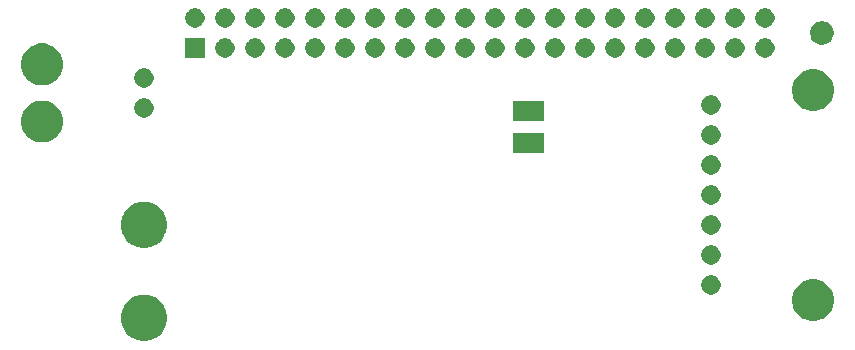
<source format=gbr>
G04 #@! TF.GenerationSoftware,KiCad,Pcbnew,(5.1.2)-1*
G04 #@! TF.CreationDate,2020-10-04T17:45:05-05:00*
G04 #@! TF.ProjectId,Senior Design,53656e69-6f72-4204-9465-7369676e2e6b,rev?*
G04 #@! TF.SameCoordinates,Original*
G04 #@! TF.FileFunction,Soldermask,Bot*
G04 #@! TF.FilePolarity,Negative*
%FSLAX46Y46*%
G04 Gerber Fmt 4.6, Leading zero omitted, Abs format (unit mm)*
G04 Created by KiCad (PCBNEW (5.1.2)-1) date 2020-10-04 17:45:05*
%MOMM*%
%LPD*%
G04 APERTURE LIST*
%ADD10C,0.100000*%
G04 APERTURE END LIST*
D10*
G36*
X119062579Y-86486112D02*
G01*
X119188544Y-86511168D01*
X119335991Y-86572243D01*
X119544512Y-86658615D01*
X119544513Y-86658616D01*
X119864877Y-86872676D01*
X120137324Y-87145123D01*
X120280355Y-87359184D01*
X120351385Y-87465488D01*
X120498832Y-87821457D01*
X120574000Y-88199349D01*
X120574000Y-88584651D01*
X120498832Y-88962543D01*
X120351385Y-89318512D01*
X120351384Y-89318513D01*
X120137324Y-89638877D01*
X119864877Y-89911324D01*
X119650816Y-90054355D01*
X119544512Y-90125385D01*
X119335991Y-90211757D01*
X119188544Y-90272832D01*
X119062579Y-90297888D01*
X118810651Y-90348000D01*
X118425349Y-90348000D01*
X118173421Y-90297888D01*
X118047456Y-90272832D01*
X117900009Y-90211757D01*
X117691488Y-90125385D01*
X117585184Y-90054355D01*
X117371123Y-89911324D01*
X117098676Y-89638877D01*
X116884616Y-89318513D01*
X116884615Y-89318512D01*
X116737168Y-88962543D01*
X116662000Y-88584651D01*
X116662000Y-88199349D01*
X116737168Y-87821457D01*
X116884615Y-87465488D01*
X116955645Y-87359184D01*
X117098676Y-87145123D01*
X117371123Y-86872676D01*
X117691487Y-86658616D01*
X117691488Y-86658615D01*
X117900009Y-86572243D01*
X118047456Y-86511168D01*
X118173421Y-86486112D01*
X118425349Y-86436000D01*
X118810651Y-86436000D01*
X119062579Y-86486112D01*
X119062579Y-86486112D01*
G37*
G36*
X175778039Y-85160250D02*
G01*
X175967372Y-85238675D01*
X176101251Y-85294129D01*
X176392134Y-85488491D01*
X176639509Y-85735866D01*
X176833871Y-86026749D01*
X176833871Y-86026750D01*
X176967750Y-86349961D01*
X177036000Y-86693078D01*
X177036000Y-87042922D01*
X176967750Y-87386039D01*
X176934841Y-87465487D01*
X176833871Y-87709251D01*
X176639509Y-88000134D01*
X176392134Y-88247509D01*
X176101251Y-88441871D01*
X175967372Y-88497325D01*
X175778039Y-88575750D01*
X175434922Y-88644000D01*
X175085078Y-88644000D01*
X174741961Y-88575750D01*
X174552628Y-88497325D01*
X174418749Y-88441871D01*
X174127866Y-88247509D01*
X173880491Y-88000134D01*
X173686129Y-87709251D01*
X173585159Y-87465487D01*
X173552250Y-87386039D01*
X173484000Y-87042922D01*
X173484000Y-86693078D01*
X173552250Y-86349961D01*
X173686129Y-86026750D01*
X173686129Y-86026749D01*
X173880491Y-85735866D01*
X174127866Y-85488491D01*
X174418749Y-85294129D01*
X174552628Y-85238675D01*
X174741961Y-85160250D01*
X175085078Y-85092000D01*
X175434922Y-85092000D01*
X175778039Y-85160250D01*
X175778039Y-85160250D01*
G37*
G36*
X166861142Y-84816242D02*
G01*
X167009101Y-84877529D01*
X167142255Y-84966499D01*
X167255501Y-85079745D01*
X167344471Y-85212899D01*
X167405758Y-85360858D01*
X167437000Y-85517925D01*
X167437000Y-85678075D01*
X167405758Y-85835142D01*
X167344471Y-85983101D01*
X167255501Y-86116255D01*
X167142255Y-86229501D01*
X167009101Y-86318471D01*
X166861142Y-86379758D01*
X166704075Y-86411000D01*
X166543925Y-86411000D01*
X166386858Y-86379758D01*
X166238899Y-86318471D01*
X166105745Y-86229501D01*
X165992499Y-86116255D01*
X165903529Y-85983101D01*
X165842242Y-85835142D01*
X165811000Y-85678075D01*
X165811000Y-85517925D01*
X165842242Y-85360858D01*
X165903529Y-85212899D01*
X165992499Y-85079745D01*
X166105745Y-84966499D01*
X166238899Y-84877529D01*
X166386858Y-84816242D01*
X166543925Y-84785000D01*
X166704075Y-84785000D01*
X166861142Y-84816242D01*
X166861142Y-84816242D01*
G37*
G36*
X166861142Y-82276242D02*
G01*
X167009101Y-82337529D01*
X167142255Y-82426499D01*
X167255501Y-82539745D01*
X167344471Y-82672899D01*
X167405758Y-82820858D01*
X167437000Y-82977925D01*
X167437000Y-83138075D01*
X167405758Y-83295142D01*
X167344471Y-83443101D01*
X167255501Y-83576255D01*
X167142255Y-83689501D01*
X167009101Y-83778471D01*
X166861142Y-83839758D01*
X166704075Y-83871000D01*
X166543925Y-83871000D01*
X166386858Y-83839758D01*
X166238899Y-83778471D01*
X166105745Y-83689501D01*
X165992499Y-83576255D01*
X165903529Y-83443101D01*
X165842242Y-83295142D01*
X165811000Y-83138075D01*
X165811000Y-82977925D01*
X165842242Y-82820858D01*
X165903529Y-82672899D01*
X165992499Y-82539745D01*
X166105745Y-82426499D01*
X166238899Y-82337529D01*
X166386858Y-82276242D01*
X166543925Y-82245000D01*
X166704075Y-82245000D01*
X166861142Y-82276242D01*
X166861142Y-82276242D01*
G37*
G36*
X119049443Y-78609499D02*
G01*
X119188544Y-78637168D01*
X119335991Y-78698243D01*
X119544512Y-78784615D01*
X119650816Y-78855645D01*
X119864877Y-78998676D01*
X120137324Y-79271123D01*
X120280355Y-79485184D01*
X120351385Y-79591488D01*
X120398403Y-79705000D01*
X120498832Y-79947456D01*
X120574000Y-80325351D01*
X120574000Y-80710649D01*
X120498832Y-81088544D01*
X120437757Y-81235991D01*
X120351385Y-81444512D01*
X120351384Y-81444513D01*
X120137324Y-81764877D01*
X119864877Y-82037324D01*
X119650816Y-82180355D01*
X119544512Y-82251385D01*
X119336542Y-82337529D01*
X119188544Y-82398832D01*
X119062579Y-82423888D01*
X118810651Y-82474000D01*
X118425349Y-82474000D01*
X118173421Y-82423888D01*
X118047456Y-82398832D01*
X117899458Y-82337529D01*
X117691488Y-82251385D01*
X117585184Y-82180355D01*
X117371123Y-82037324D01*
X117098676Y-81764877D01*
X116884616Y-81444513D01*
X116884615Y-81444512D01*
X116798243Y-81235991D01*
X116737168Y-81088544D01*
X116662000Y-80710649D01*
X116662000Y-80325351D01*
X116737168Y-79947456D01*
X116837597Y-79705000D01*
X116884615Y-79591488D01*
X116955645Y-79485184D01*
X117098676Y-79271123D01*
X117371123Y-78998676D01*
X117585184Y-78855645D01*
X117691488Y-78784615D01*
X117900009Y-78698243D01*
X118047456Y-78637168D01*
X118186557Y-78609499D01*
X118425349Y-78562000D01*
X118810651Y-78562000D01*
X119049443Y-78609499D01*
X119049443Y-78609499D01*
G37*
G36*
X166861142Y-79736242D02*
G01*
X167009101Y-79797529D01*
X167142255Y-79886499D01*
X167255501Y-79999745D01*
X167344471Y-80132899D01*
X167405758Y-80280858D01*
X167437000Y-80437925D01*
X167437000Y-80598075D01*
X167405758Y-80755142D01*
X167344471Y-80903101D01*
X167255501Y-81036255D01*
X167142255Y-81149501D01*
X167009101Y-81238471D01*
X166861142Y-81299758D01*
X166704075Y-81331000D01*
X166543925Y-81331000D01*
X166386858Y-81299758D01*
X166238899Y-81238471D01*
X166105745Y-81149501D01*
X165992499Y-81036255D01*
X165903529Y-80903101D01*
X165842242Y-80755142D01*
X165811000Y-80598075D01*
X165811000Y-80437925D01*
X165842242Y-80280858D01*
X165903529Y-80132899D01*
X165992499Y-79999745D01*
X166105745Y-79886499D01*
X166238899Y-79797529D01*
X166386858Y-79736242D01*
X166543925Y-79705000D01*
X166704075Y-79705000D01*
X166861142Y-79736242D01*
X166861142Y-79736242D01*
G37*
G36*
X166861142Y-77196242D02*
G01*
X167009101Y-77257529D01*
X167142255Y-77346499D01*
X167255501Y-77459745D01*
X167344471Y-77592899D01*
X167405758Y-77740858D01*
X167437000Y-77897925D01*
X167437000Y-78058075D01*
X167405758Y-78215142D01*
X167344471Y-78363101D01*
X167255501Y-78496255D01*
X167142255Y-78609501D01*
X167009101Y-78698471D01*
X166861142Y-78759758D01*
X166704075Y-78791000D01*
X166543925Y-78791000D01*
X166386858Y-78759758D01*
X166238899Y-78698471D01*
X166105745Y-78609501D01*
X165992499Y-78496255D01*
X165903529Y-78363101D01*
X165842242Y-78215142D01*
X165811000Y-78058075D01*
X165811000Y-77897925D01*
X165842242Y-77740858D01*
X165903529Y-77592899D01*
X165992499Y-77459745D01*
X166105745Y-77346499D01*
X166238899Y-77257529D01*
X166386858Y-77196242D01*
X166543925Y-77165000D01*
X166704075Y-77165000D01*
X166861142Y-77196242D01*
X166861142Y-77196242D01*
G37*
G36*
X166861142Y-74656242D02*
G01*
X167009101Y-74717529D01*
X167142255Y-74806499D01*
X167255501Y-74919745D01*
X167344471Y-75052899D01*
X167405758Y-75200858D01*
X167437000Y-75357925D01*
X167437000Y-75518075D01*
X167405758Y-75675142D01*
X167344471Y-75823101D01*
X167255501Y-75956255D01*
X167142255Y-76069501D01*
X167009101Y-76158471D01*
X166861142Y-76219758D01*
X166704075Y-76251000D01*
X166543925Y-76251000D01*
X166386858Y-76219758D01*
X166238899Y-76158471D01*
X166105745Y-76069501D01*
X165992499Y-75956255D01*
X165903529Y-75823101D01*
X165842242Y-75675142D01*
X165811000Y-75518075D01*
X165811000Y-75357925D01*
X165842242Y-75200858D01*
X165903529Y-75052899D01*
X165992499Y-74919745D01*
X166105745Y-74806499D01*
X166238899Y-74717529D01*
X166386858Y-74656242D01*
X166543925Y-74625000D01*
X166704075Y-74625000D01*
X166861142Y-74656242D01*
X166861142Y-74656242D01*
G37*
G36*
X152522000Y-74397000D02*
G01*
X149870000Y-74397000D01*
X149870000Y-72735000D01*
X152522000Y-72735000D01*
X152522000Y-74397000D01*
X152522000Y-74397000D01*
G37*
G36*
X166861142Y-72116242D02*
G01*
X167009101Y-72177529D01*
X167142255Y-72266499D01*
X167255501Y-72379745D01*
X167344471Y-72512899D01*
X167405758Y-72660858D01*
X167437000Y-72817925D01*
X167437000Y-72978075D01*
X167405758Y-73135142D01*
X167344471Y-73283101D01*
X167255501Y-73416255D01*
X167142255Y-73529501D01*
X167009101Y-73618471D01*
X166861142Y-73679758D01*
X166704075Y-73711000D01*
X166543925Y-73711000D01*
X166386858Y-73679758D01*
X166238899Y-73618471D01*
X166105745Y-73529501D01*
X165992499Y-73416255D01*
X165903529Y-73283101D01*
X165842242Y-73135142D01*
X165811000Y-72978075D01*
X165811000Y-72817925D01*
X165842242Y-72660858D01*
X165903529Y-72512899D01*
X165992499Y-72379745D01*
X166105745Y-72266499D01*
X166238899Y-72177529D01*
X166386858Y-72116242D01*
X166543925Y-72085000D01*
X166704075Y-72085000D01*
X166861142Y-72116242D01*
X166861142Y-72116242D01*
G37*
G36*
X110496039Y-70049250D02*
G01*
X110668913Y-70120857D01*
X110819251Y-70183129D01*
X111110134Y-70377491D01*
X111357509Y-70624866D01*
X111551871Y-70915749D01*
X111585568Y-70997101D01*
X111685750Y-71238961D01*
X111754000Y-71582078D01*
X111754000Y-71931922D01*
X111685750Y-72275039D01*
X111642380Y-72379743D01*
X111551871Y-72598251D01*
X111357509Y-72889134D01*
X111110134Y-73136509D01*
X110819251Y-73330871D01*
X110685372Y-73386325D01*
X110496039Y-73464750D01*
X110152922Y-73533000D01*
X109803078Y-73533000D01*
X109459961Y-73464750D01*
X109270628Y-73386325D01*
X109136749Y-73330871D01*
X108845866Y-73136509D01*
X108598491Y-72889134D01*
X108404129Y-72598251D01*
X108313620Y-72379743D01*
X108270250Y-72275039D01*
X108202000Y-71931922D01*
X108202000Y-71582078D01*
X108270250Y-71238961D01*
X108370432Y-70997101D01*
X108404129Y-70915749D01*
X108598491Y-70624866D01*
X108845866Y-70377491D01*
X109136749Y-70183129D01*
X109287087Y-70120857D01*
X109459961Y-70049250D01*
X109803078Y-69981000D01*
X110152922Y-69981000D01*
X110496039Y-70049250D01*
X110496039Y-70049250D01*
G37*
G36*
X152522000Y-71697000D02*
G01*
X149870000Y-71697000D01*
X149870000Y-70035000D01*
X152522000Y-70035000D01*
X152522000Y-71697000D01*
X152522000Y-71697000D01*
G37*
G36*
X118855142Y-69830242D02*
G01*
X119003101Y-69891529D01*
X119136255Y-69980499D01*
X119249501Y-70093745D01*
X119338471Y-70226899D01*
X119399758Y-70374858D01*
X119431000Y-70531925D01*
X119431000Y-70692075D01*
X119399758Y-70849142D01*
X119338471Y-70997101D01*
X119249501Y-71130255D01*
X119136255Y-71243501D01*
X119003101Y-71332471D01*
X118855142Y-71393758D01*
X118698075Y-71425000D01*
X118537925Y-71425000D01*
X118380858Y-71393758D01*
X118232899Y-71332471D01*
X118099745Y-71243501D01*
X117986499Y-71130255D01*
X117897529Y-70997101D01*
X117836242Y-70849142D01*
X117805000Y-70692075D01*
X117805000Y-70531925D01*
X117836242Y-70374858D01*
X117897529Y-70226899D01*
X117986499Y-70093745D01*
X118099745Y-69980499D01*
X118232899Y-69891529D01*
X118380858Y-69830242D01*
X118537925Y-69799000D01*
X118698075Y-69799000D01*
X118855142Y-69830242D01*
X118855142Y-69830242D01*
G37*
G36*
X166861142Y-69576242D02*
G01*
X167009101Y-69637529D01*
X167142255Y-69726499D01*
X167255501Y-69839745D01*
X167344471Y-69972899D01*
X167405758Y-70120858D01*
X167437000Y-70277925D01*
X167437000Y-70438075D01*
X167405758Y-70595142D01*
X167344471Y-70743101D01*
X167255501Y-70876255D01*
X167142255Y-70989501D01*
X167009101Y-71078471D01*
X166861142Y-71139758D01*
X166704075Y-71171000D01*
X166543925Y-71171000D01*
X166386858Y-71139758D01*
X166238899Y-71078471D01*
X166105745Y-70989501D01*
X165992499Y-70876255D01*
X165903529Y-70743101D01*
X165842242Y-70595142D01*
X165811000Y-70438075D01*
X165811000Y-70277925D01*
X165842242Y-70120858D01*
X165903529Y-69972899D01*
X165992499Y-69839745D01*
X166105745Y-69726499D01*
X166238899Y-69637529D01*
X166386858Y-69576242D01*
X166543925Y-69545000D01*
X166704075Y-69545000D01*
X166861142Y-69576242D01*
X166861142Y-69576242D01*
G37*
G36*
X175778039Y-67380250D02*
G01*
X175967372Y-67458675D01*
X176101251Y-67514129D01*
X176392134Y-67708491D01*
X176639509Y-67955866D01*
X176833871Y-68246749D01*
X176833871Y-68246750D01*
X176967750Y-68569961D01*
X177036000Y-68913078D01*
X177036000Y-69262922D01*
X176967750Y-69606039D01*
X176917853Y-69726501D01*
X176833871Y-69929251D01*
X176639509Y-70220134D01*
X176392134Y-70467509D01*
X176101251Y-70661871D01*
X175967372Y-70717325D01*
X175778039Y-70795750D01*
X175434922Y-70864000D01*
X175085078Y-70864000D01*
X174741961Y-70795750D01*
X174552628Y-70717325D01*
X174418749Y-70661871D01*
X174127866Y-70467509D01*
X173880491Y-70220134D01*
X173686129Y-69929251D01*
X173602147Y-69726501D01*
X173552250Y-69606039D01*
X173484000Y-69262922D01*
X173484000Y-68913078D01*
X173552250Y-68569961D01*
X173686129Y-68246750D01*
X173686129Y-68246749D01*
X173880491Y-67955866D01*
X174127866Y-67708491D01*
X174418749Y-67514129D01*
X174552628Y-67458675D01*
X174741961Y-67380250D01*
X175085078Y-67312000D01*
X175434922Y-67312000D01*
X175778039Y-67380250D01*
X175778039Y-67380250D01*
G37*
G36*
X118855142Y-67290242D02*
G01*
X119003101Y-67351529D01*
X119136255Y-67440499D01*
X119249501Y-67553745D01*
X119338471Y-67686899D01*
X119399758Y-67834858D01*
X119431000Y-67991925D01*
X119431000Y-68152075D01*
X119399758Y-68309142D01*
X119338471Y-68457101D01*
X119249501Y-68590255D01*
X119136255Y-68703501D01*
X119003101Y-68792471D01*
X118855142Y-68853758D01*
X118698075Y-68885000D01*
X118537925Y-68885000D01*
X118380858Y-68853758D01*
X118232899Y-68792471D01*
X118099745Y-68703501D01*
X117986499Y-68590255D01*
X117897529Y-68457101D01*
X117836242Y-68309142D01*
X117805000Y-68152075D01*
X117805000Y-67991925D01*
X117836242Y-67834858D01*
X117897529Y-67686899D01*
X117986499Y-67553745D01*
X118099745Y-67440499D01*
X118232899Y-67351529D01*
X118380858Y-67290242D01*
X118537925Y-67259000D01*
X118698075Y-67259000D01*
X118855142Y-67290242D01*
X118855142Y-67290242D01*
G37*
G36*
X110500039Y-65221250D02*
G01*
X110606867Y-65265500D01*
X110823251Y-65355129D01*
X111114134Y-65549491D01*
X111361509Y-65796866D01*
X111555871Y-66087749D01*
X111555871Y-66087750D01*
X111689750Y-66410961D01*
X111758000Y-66754078D01*
X111758000Y-67103922D01*
X111689750Y-67447039D01*
X111611325Y-67636372D01*
X111555871Y-67770251D01*
X111361509Y-68061134D01*
X111114134Y-68308509D01*
X110823251Y-68502871D01*
X110689372Y-68558325D01*
X110500039Y-68636750D01*
X110156922Y-68705000D01*
X109807078Y-68705000D01*
X109463961Y-68636750D01*
X109274628Y-68558325D01*
X109140749Y-68502871D01*
X108849866Y-68308509D01*
X108602491Y-68061134D01*
X108408129Y-67770251D01*
X108352675Y-67636372D01*
X108274250Y-67447039D01*
X108206000Y-67103922D01*
X108206000Y-66754078D01*
X108274250Y-66410961D01*
X108408129Y-66087750D01*
X108408129Y-66087749D01*
X108602491Y-65796866D01*
X108849866Y-65549491D01*
X109140749Y-65355129D01*
X109357133Y-65265500D01*
X109463961Y-65221250D01*
X109807078Y-65153000D01*
X110156922Y-65153000D01*
X110500039Y-65221250D01*
X110500039Y-65221250D01*
G37*
G36*
X128252560Y-64752166D02*
G01*
X128400153Y-64813301D01*
X128532439Y-64901692D01*
X128532982Y-64902055D01*
X128645945Y-65015018D01*
X128734700Y-65147849D01*
X128765104Y-65221250D01*
X128795834Y-65295440D01*
X128827000Y-65452123D01*
X128827000Y-65611877D01*
X128795834Y-65768560D01*
X128734699Y-65916153D01*
X128645945Y-66048982D01*
X128532982Y-66161945D01*
X128400153Y-66250699D01*
X128400152Y-66250700D01*
X128400151Y-66250700D01*
X128252560Y-66311834D01*
X128095878Y-66343000D01*
X127936122Y-66343000D01*
X127779440Y-66311834D01*
X127631849Y-66250700D01*
X127631848Y-66250700D01*
X127631847Y-66250699D01*
X127499018Y-66161945D01*
X127386055Y-66048982D01*
X127297301Y-65916153D01*
X127236166Y-65768560D01*
X127205000Y-65611877D01*
X127205000Y-65452123D01*
X127236166Y-65295440D01*
X127266896Y-65221250D01*
X127297300Y-65147849D01*
X127386055Y-65015018D01*
X127499018Y-64902055D01*
X127499561Y-64901692D01*
X127631847Y-64813301D01*
X127779440Y-64752166D01*
X127936122Y-64721000D01*
X128095878Y-64721000D01*
X128252560Y-64752166D01*
X128252560Y-64752166D01*
G37*
G36*
X138412560Y-64752166D02*
G01*
X138560153Y-64813301D01*
X138692439Y-64901692D01*
X138692982Y-64902055D01*
X138805945Y-65015018D01*
X138894700Y-65147849D01*
X138925104Y-65221250D01*
X138955834Y-65295440D01*
X138987000Y-65452123D01*
X138987000Y-65611877D01*
X138955834Y-65768560D01*
X138894699Y-65916153D01*
X138805945Y-66048982D01*
X138692982Y-66161945D01*
X138560153Y-66250699D01*
X138560152Y-66250700D01*
X138560151Y-66250700D01*
X138412560Y-66311834D01*
X138255878Y-66343000D01*
X138096122Y-66343000D01*
X137939440Y-66311834D01*
X137791849Y-66250700D01*
X137791848Y-66250700D01*
X137791847Y-66250699D01*
X137659018Y-66161945D01*
X137546055Y-66048982D01*
X137457301Y-65916153D01*
X137396166Y-65768560D01*
X137365000Y-65611877D01*
X137365000Y-65452123D01*
X137396166Y-65295440D01*
X137426896Y-65221250D01*
X137457300Y-65147849D01*
X137546055Y-65015018D01*
X137659018Y-64902055D01*
X137659561Y-64901692D01*
X137791847Y-64813301D01*
X137939440Y-64752166D01*
X138096122Y-64721000D01*
X138255878Y-64721000D01*
X138412560Y-64752166D01*
X138412560Y-64752166D01*
G37*
G36*
X140952560Y-64752166D02*
G01*
X141100153Y-64813301D01*
X141232439Y-64901692D01*
X141232982Y-64902055D01*
X141345945Y-65015018D01*
X141434700Y-65147849D01*
X141465104Y-65221250D01*
X141495834Y-65295440D01*
X141527000Y-65452123D01*
X141527000Y-65611877D01*
X141495834Y-65768560D01*
X141434699Y-65916153D01*
X141345945Y-66048982D01*
X141232982Y-66161945D01*
X141100153Y-66250699D01*
X141100152Y-66250700D01*
X141100151Y-66250700D01*
X140952560Y-66311834D01*
X140795878Y-66343000D01*
X140636122Y-66343000D01*
X140479440Y-66311834D01*
X140331849Y-66250700D01*
X140331848Y-66250700D01*
X140331847Y-66250699D01*
X140199018Y-66161945D01*
X140086055Y-66048982D01*
X139997301Y-65916153D01*
X139936166Y-65768560D01*
X139905000Y-65611877D01*
X139905000Y-65452123D01*
X139936166Y-65295440D01*
X139966896Y-65221250D01*
X139997300Y-65147849D01*
X140086055Y-65015018D01*
X140199018Y-64902055D01*
X140199561Y-64901692D01*
X140331847Y-64813301D01*
X140479440Y-64752166D01*
X140636122Y-64721000D01*
X140795878Y-64721000D01*
X140952560Y-64752166D01*
X140952560Y-64752166D01*
G37*
G36*
X143492560Y-64752166D02*
G01*
X143640153Y-64813301D01*
X143772439Y-64901692D01*
X143772982Y-64902055D01*
X143885945Y-65015018D01*
X143974700Y-65147849D01*
X144005104Y-65221250D01*
X144035834Y-65295440D01*
X144067000Y-65452123D01*
X144067000Y-65611877D01*
X144035834Y-65768560D01*
X143974699Y-65916153D01*
X143885945Y-66048982D01*
X143772982Y-66161945D01*
X143640153Y-66250699D01*
X143640152Y-66250700D01*
X143640151Y-66250700D01*
X143492560Y-66311834D01*
X143335878Y-66343000D01*
X143176122Y-66343000D01*
X143019440Y-66311834D01*
X142871849Y-66250700D01*
X142871848Y-66250700D01*
X142871847Y-66250699D01*
X142739018Y-66161945D01*
X142626055Y-66048982D01*
X142537301Y-65916153D01*
X142476166Y-65768560D01*
X142445000Y-65611877D01*
X142445000Y-65452123D01*
X142476166Y-65295440D01*
X142506896Y-65221250D01*
X142537300Y-65147849D01*
X142626055Y-65015018D01*
X142739018Y-64902055D01*
X142739561Y-64901692D01*
X142871847Y-64813301D01*
X143019440Y-64752166D01*
X143176122Y-64721000D01*
X143335878Y-64721000D01*
X143492560Y-64752166D01*
X143492560Y-64752166D01*
G37*
G36*
X161272560Y-64752166D02*
G01*
X161420153Y-64813301D01*
X161552439Y-64901692D01*
X161552982Y-64902055D01*
X161665945Y-65015018D01*
X161754700Y-65147849D01*
X161785104Y-65221250D01*
X161815834Y-65295440D01*
X161847000Y-65452123D01*
X161847000Y-65611877D01*
X161815834Y-65768560D01*
X161754699Y-65916153D01*
X161665945Y-66048982D01*
X161552982Y-66161945D01*
X161420153Y-66250699D01*
X161420152Y-66250700D01*
X161420151Y-66250700D01*
X161272560Y-66311834D01*
X161115878Y-66343000D01*
X160956122Y-66343000D01*
X160799440Y-66311834D01*
X160651849Y-66250700D01*
X160651848Y-66250700D01*
X160651847Y-66250699D01*
X160519018Y-66161945D01*
X160406055Y-66048982D01*
X160317301Y-65916153D01*
X160256166Y-65768560D01*
X160225000Y-65611877D01*
X160225000Y-65452123D01*
X160256166Y-65295440D01*
X160286896Y-65221250D01*
X160317300Y-65147849D01*
X160406055Y-65015018D01*
X160519018Y-64902055D01*
X160519561Y-64901692D01*
X160651847Y-64813301D01*
X160799440Y-64752166D01*
X160956122Y-64721000D01*
X161115878Y-64721000D01*
X161272560Y-64752166D01*
X161272560Y-64752166D01*
G37*
G36*
X151112560Y-64752166D02*
G01*
X151260153Y-64813301D01*
X151392439Y-64901692D01*
X151392982Y-64902055D01*
X151505945Y-65015018D01*
X151594700Y-65147849D01*
X151625104Y-65221250D01*
X151655834Y-65295440D01*
X151687000Y-65452123D01*
X151687000Y-65611877D01*
X151655834Y-65768560D01*
X151594699Y-65916153D01*
X151505945Y-66048982D01*
X151392982Y-66161945D01*
X151260153Y-66250699D01*
X151260152Y-66250700D01*
X151260151Y-66250700D01*
X151112560Y-66311834D01*
X150955878Y-66343000D01*
X150796122Y-66343000D01*
X150639440Y-66311834D01*
X150491849Y-66250700D01*
X150491848Y-66250700D01*
X150491847Y-66250699D01*
X150359018Y-66161945D01*
X150246055Y-66048982D01*
X150157301Y-65916153D01*
X150096166Y-65768560D01*
X150065000Y-65611877D01*
X150065000Y-65452123D01*
X150096166Y-65295440D01*
X150126896Y-65221250D01*
X150157300Y-65147849D01*
X150246055Y-65015018D01*
X150359018Y-64902055D01*
X150359561Y-64901692D01*
X150491847Y-64813301D01*
X150639440Y-64752166D01*
X150796122Y-64721000D01*
X150955878Y-64721000D01*
X151112560Y-64752166D01*
X151112560Y-64752166D01*
G37*
G36*
X171432560Y-64752166D02*
G01*
X171580153Y-64813301D01*
X171712439Y-64901692D01*
X171712982Y-64902055D01*
X171825945Y-65015018D01*
X171914700Y-65147849D01*
X171945104Y-65221250D01*
X171975834Y-65295440D01*
X172007000Y-65452123D01*
X172007000Y-65611877D01*
X171975834Y-65768560D01*
X171914699Y-65916153D01*
X171825945Y-66048982D01*
X171712982Y-66161945D01*
X171580153Y-66250699D01*
X171580152Y-66250700D01*
X171580151Y-66250700D01*
X171432560Y-66311834D01*
X171275878Y-66343000D01*
X171116122Y-66343000D01*
X170959440Y-66311834D01*
X170811849Y-66250700D01*
X170811848Y-66250700D01*
X170811847Y-66250699D01*
X170679018Y-66161945D01*
X170566055Y-66048982D01*
X170477301Y-65916153D01*
X170416166Y-65768560D01*
X170385000Y-65611877D01*
X170385000Y-65452123D01*
X170416166Y-65295440D01*
X170446896Y-65221250D01*
X170477300Y-65147849D01*
X170566055Y-65015018D01*
X170679018Y-64902055D01*
X170679561Y-64901692D01*
X170811847Y-64813301D01*
X170959440Y-64752166D01*
X171116122Y-64721000D01*
X171275878Y-64721000D01*
X171432560Y-64752166D01*
X171432560Y-64752166D01*
G37*
G36*
X168892560Y-64752166D02*
G01*
X169040153Y-64813301D01*
X169172439Y-64901692D01*
X169172982Y-64902055D01*
X169285945Y-65015018D01*
X169374700Y-65147849D01*
X169405104Y-65221250D01*
X169435834Y-65295440D01*
X169467000Y-65452123D01*
X169467000Y-65611877D01*
X169435834Y-65768560D01*
X169374699Y-65916153D01*
X169285945Y-66048982D01*
X169172982Y-66161945D01*
X169040153Y-66250699D01*
X169040152Y-66250700D01*
X169040151Y-66250700D01*
X168892560Y-66311834D01*
X168735878Y-66343000D01*
X168576122Y-66343000D01*
X168419440Y-66311834D01*
X168271849Y-66250700D01*
X168271848Y-66250700D01*
X168271847Y-66250699D01*
X168139018Y-66161945D01*
X168026055Y-66048982D01*
X167937301Y-65916153D01*
X167876166Y-65768560D01*
X167845000Y-65611877D01*
X167845000Y-65452123D01*
X167876166Y-65295440D01*
X167906896Y-65221250D01*
X167937300Y-65147849D01*
X168026055Y-65015018D01*
X168139018Y-64902055D01*
X168139561Y-64901692D01*
X168271847Y-64813301D01*
X168419440Y-64752166D01*
X168576122Y-64721000D01*
X168735878Y-64721000D01*
X168892560Y-64752166D01*
X168892560Y-64752166D01*
G37*
G36*
X166352560Y-64752166D02*
G01*
X166500153Y-64813301D01*
X166632439Y-64901692D01*
X166632982Y-64902055D01*
X166745945Y-65015018D01*
X166834700Y-65147849D01*
X166865104Y-65221250D01*
X166895834Y-65295440D01*
X166927000Y-65452123D01*
X166927000Y-65611877D01*
X166895834Y-65768560D01*
X166834699Y-65916153D01*
X166745945Y-66048982D01*
X166632982Y-66161945D01*
X166500153Y-66250699D01*
X166500152Y-66250700D01*
X166500151Y-66250700D01*
X166352560Y-66311834D01*
X166195878Y-66343000D01*
X166036122Y-66343000D01*
X165879440Y-66311834D01*
X165731849Y-66250700D01*
X165731848Y-66250700D01*
X165731847Y-66250699D01*
X165599018Y-66161945D01*
X165486055Y-66048982D01*
X165397301Y-65916153D01*
X165336166Y-65768560D01*
X165305000Y-65611877D01*
X165305000Y-65452123D01*
X165336166Y-65295440D01*
X165366896Y-65221250D01*
X165397300Y-65147849D01*
X165486055Y-65015018D01*
X165599018Y-64902055D01*
X165599561Y-64901692D01*
X165731847Y-64813301D01*
X165879440Y-64752166D01*
X166036122Y-64721000D01*
X166195878Y-64721000D01*
X166352560Y-64752166D01*
X166352560Y-64752166D01*
G37*
G36*
X153652560Y-64752166D02*
G01*
X153800153Y-64813301D01*
X153932439Y-64901692D01*
X153932982Y-64902055D01*
X154045945Y-65015018D01*
X154134700Y-65147849D01*
X154165104Y-65221250D01*
X154195834Y-65295440D01*
X154227000Y-65452123D01*
X154227000Y-65611877D01*
X154195834Y-65768560D01*
X154134699Y-65916153D01*
X154045945Y-66048982D01*
X153932982Y-66161945D01*
X153800153Y-66250699D01*
X153800152Y-66250700D01*
X153800151Y-66250700D01*
X153652560Y-66311834D01*
X153495878Y-66343000D01*
X153336122Y-66343000D01*
X153179440Y-66311834D01*
X153031849Y-66250700D01*
X153031848Y-66250700D01*
X153031847Y-66250699D01*
X152899018Y-66161945D01*
X152786055Y-66048982D01*
X152697301Y-65916153D01*
X152636166Y-65768560D01*
X152605000Y-65611877D01*
X152605000Y-65452123D01*
X152636166Y-65295440D01*
X152666896Y-65221250D01*
X152697300Y-65147849D01*
X152786055Y-65015018D01*
X152899018Y-64902055D01*
X152899561Y-64901692D01*
X153031847Y-64813301D01*
X153179440Y-64752166D01*
X153336122Y-64721000D01*
X153495878Y-64721000D01*
X153652560Y-64752166D01*
X153652560Y-64752166D01*
G37*
G36*
X133332560Y-64752166D02*
G01*
X133480153Y-64813301D01*
X133612439Y-64901692D01*
X133612982Y-64902055D01*
X133725945Y-65015018D01*
X133814700Y-65147849D01*
X133845104Y-65221250D01*
X133875834Y-65295440D01*
X133907000Y-65452123D01*
X133907000Y-65611877D01*
X133875834Y-65768560D01*
X133814699Y-65916153D01*
X133725945Y-66048982D01*
X133612982Y-66161945D01*
X133480153Y-66250699D01*
X133480152Y-66250700D01*
X133480151Y-66250700D01*
X133332560Y-66311834D01*
X133175878Y-66343000D01*
X133016122Y-66343000D01*
X132859440Y-66311834D01*
X132711849Y-66250700D01*
X132711848Y-66250700D01*
X132711847Y-66250699D01*
X132579018Y-66161945D01*
X132466055Y-66048982D01*
X132377301Y-65916153D01*
X132316166Y-65768560D01*
X132285000Y-65611877D01*
X132285000Y-65452123D01*
X132316166Y-65295440D01*
X132346896Y-65221250D01*
X132377300Y-65147849D01*
X132466055Y-65015018D01*
X132579018Y-64902055D01*
X132579561Y-64901692D01*
X132711847Y-64813301D01*
X132859440Y-64752166D01*
X133016122Y-64721000D01*
X133175878Y-64721000D01*
X133332560Y-64752166D01*
X133332560Y-64752166D01*
G37*
G36*
X158732560Y-64752166D02*
G01*
X158880153Y-64813301D01*
X159012439Y-64901692D01*
X159012982Y-64902055D01*
X159125945Y-65015018D01*
X159214700Y-65147849D01*
X159245104Y-65221250D01*
X159275834Y-65295440D01*
X159307000Y-65452123D01*
X159307000Y-65611877D01*
X159275834Y-65768560D01*
X159214699Y-65916153D01*
X159125945Y-66048982D01*
X159012982Y-66161945D01*
X158880153Y-66250699D01*
X158880152Y-66250700D01*
X158880151Y-66250700D01*
X158732560Y-66311834D01*
X158575878Y-66343000D01*
X158416122Y-66343000D01*
X158259440Y-66311834D01*
X158111849Y-66250700D01*
X158111848Y-66250700D01*
X158111847Y-66250699D01*
X157979018Y-66161945D01*
X157866055Y-66048982D01*
X157777301Y-65916153D01*
X157716166Y-65768560D01*
X157685000Y-65611877D01*
X157685000Y-65452123D01*
X157716166Y-65295440D01*
X157746896Y-65221250D01*
X157777300Y-65147849D01*
X157866055Y-65015018D01*
X157979018Y-64902055D01*
X157979561Y-64901692D01*
X158111847Y-64813301D01*
X158259440Y-64752166D01*
X158416122Y-64721000D01*
X158575878Y-64721000D01*
X158732560Y-64752166D01*
X158732560Y-64752166D01*
G37*
G36*
X156192560Y-64752166D02*
G01*
X156340153Y-64813301D01*
X156472439Y-64901692D01*
X156472982Y-64902055D01*
X156585945Y-65015018D01*
X156674700Y-65147849D01*
X156705104Y-65221250D01*
X156735834Y-65295440D01*
X156767000Y-65452123D01*
X156767000Y-65611877D01*
X156735834Y-65768560D01*
X156674699Y-65916153D01*
X156585945Y-66048982D01*
X156472982Y-66161945D01*
X156340153Y-66250699D01*
X156340152Y-66250700D01*
X156340151Y-66250700D01*
X156192560Y-66311834D01*
X156035878Y-66343000D01*
X155876122Y-66343000D01*
X155719440Y-66311834D01*
X155571849Y-66250700D01*
X155571848Y-66250700D01*
X155571847Y-66250699D01*
X155439018Y-66161945D01*
X155326055Y-66048982D01*
X155237301Y-65916153D01*
X155176166Y-65768560D01*
X155145000Y-65611877D01*
X155145000Y-65452123D01*
X155176166Y-65295440D01*
X155206896Y-65221250D01*
X155237300Y-65147849D01*
X155326055Y-65015018D01*
X155439018Y-64902055D01*
X155439561Y-64901692D01*
X155571847Y-64813301D01*
X155719440Y-64752166D01*
X155876122Y-64721000D01*
X156035878Y-64721000D01*
X156192560Y-64752166D01*
X156192560Y-64752166D01*
G37*
G36*
X163812560Y-64752166D02*
G01*
X163960153Y-64813301D01*
X164092439Y-64901692D01*
X164092982Y-64902055D01*
X164205945Y-65015018D01*
X164294700Y-65147849D01*
X164325104Y-65221250D01*
X164355834Y-65295440D01*
X164387000Y-65452123D01*
X164387000Y-65611877D01*
X164355834Y-65768560D01*
X164294699Y-65916153D01*
X164205945Y-66048982D01*
X164092982Y-66161945D01*
X163960153Y-66250699D01*
X163960152Y-66250700D01*
X163960151Y-66250700D01*
X163812560Y-66311834D01*
X163655878Y-66343000D01*
X163496122Y-66343000D01*
X163339440Y-66311834D01*
X163191849Y-66250700D01*
X163191848Y-66250700D01*
X163191847Y-66250699D01*
X163059018Y-66161945D01*
X162946055Y-66048982D01*
X162857301Y-65916153D01*
X162796166Y-65768560D01*
X162765000Y-65611877D01*
X162765000Y-65452123D01*
X162796166Y-65295440D01*
X162826896Y-65221250D01*
X162857300Y-65147849D01*
X162946055Y-65015018D01*
X163059018Y-64902055D01*
X163059561Y-64901692D01*
X163191847Y-64813301D01*
X163339440Y-64752166D01*
X163496122Y-64721000D01*
X163655878Y-64721000D01*
X163812560Y-64752166D01*
X163812560Y-64752166D01*
G37*
G36*
X148572560Y-64752166D02*
G01*
X148720153Y-64813301D01*
X148852439Y-64901692D01*
X148852982Y-64902055D01*
X148965945Y-65015018D01*
X149054700Y-65147849D01*
X149085104Y-65221250D01*
X149115834Y-65295440D01*
X149147000Y-65452123D01*
X149147000Y-65611877D01*
X149115834Y-65768560D01*
X149054699Y-65916153D01*
X148965945Y-66048982D01*
X148852982Y-66161945D01*
X148720153Y-66250699D01*
X148720152Y-66250700D01*
X148720151Y-66250700D01*
X148572560Y-66311834D01*
X148415878Y-66343000D01*
X148256122Y-66343000D01*
X148099440Y-66311834D01*
X147951849Y-66250700D01*
X147951848Y-66250700D01*
X147951847Y-66250699D01*
X147819018Y-66161945D01*
X147706055Y-66048982D01*
X147617301Y-65916153D01*
X147556166Y-65768560D01*
X147525000Y-65611877D01*
X147525000Y-65452123D01*
X147556166Y-65295440D01*
X147586896Y-65221250D01*
X147617300Y-65147849D01*
X147706055Y-65015018D01*
X147819018Y-64902055D01*
X147819561Y-64901692D01*
X147951847Y-64813301D01*
X148099440Y-64752166D01*
X148256122Y-64721000D01*
X148415878Y-64721000D01*
X148572560Y-64752166D01*
X148572560Y-64752166D01*
G37*
G36*
X130792560Y-64752166D02*
G01*
X130940153Y-64813301D01*
X131072439Y-64901692D01*
X131072982Y-64902055D01*
X131185945Y-65015018D01*
X131274700Y-65147849D01*
X131305104Y-65221250D01*
X131335834Y-65295440D01*
X131367000Y-65452123D01*
X131367000Y-65611877D01*
X131335834Y-65768560D01*
X131274699Y-65916153D01*
X131185945Y-66048982D01*
X131072982Y-66161945D01*
X130940153Y-66250699D01*
X130940152Y-66250700D01*
X130940151Y-66250700D01*
X130792560Y-66311834D01*
X130635878Y-66343000D01*
X130476122Y-66343000D01*
X130319440Y-66311834D01*
X130171849Y-66250700D01*
X130171848Y-66250700D01*
X130171847Y-66250699D01*
X130039018Y-66161945D01*
X129926055Y-66048982D01*
X129837301Y-65916153D01*
X129776166Y-65768560D01*
X129745000Y-65611877D01*
X129745000Y-65452123D01*
X129776166Y-65295440D01*
X129806896Y-65221250D01*
X129837300Y-65147849D01*
X129926055Y-65015018D01*
X130039018Y-64902055D01*
X130039561Y-64901692D01*
X130171847Y-64813301D01*
X130319440Y-64752166D01*
X130476122Y-64721000D01*
X130635878Y-64721000D01*
X130792560Y-64752166D01*
X130792560Y-64752166D01*
G37*
G36*
X125712560Y-64752166D02*
G01*
X125860153Y-64813301D01*
X125992439Y-64901692D01*
X125992982Y-64902055D01*
X126105945Y-65015018D01*
X126194700Y-65147849D01*
X126225104Y-65221250D01*
X126255834Y-65295440D01*
X126287000Y-65452123D01*
X126287000Y-65611877D01*
X126255834Y-65768560D01*
X126194699Y-65916153D01*
X126105945Y-66048982D01*
X125992982Y-66161945D01*
X125860153Y-66250699D01*
X125860152Y-66250700D01*
X125860151Y-66250700D01*
X125712560Y-66311834D01*
X125555878Y-66343000D01*
X125396122Y-66343000D01*
X125239440Y-66311834D01*
X125091849Y-66250700D01*
X125091848Y-66250700D01*
X125091847Y-66250699D01*
X124959018Y-66161945D01*
X124846055Y-66048982D01*
X124757301Y-65916153D01*
X124696166Y-65768560D01*
X124665000Y-65611877D01*
X124665000Y-65452123D01*
X124696166Y-65295440D01*
X124726896Y-65221250D01*
X124757300Y-65147849D01*
X124846055Y-65015018D01*
X124959018Y-64902055D01*
X124959561Y-64901692D01*
X125091847Y-64813301D01*
X125239440Y-64752166D01*
X125396122Y-64721000D01*
X125555878Y-64721000D01*
X125712560Y-64752166D01*
X125712560Y-64752166D01*
G37*
G36*
X135872560Y-64752166D02*
G01*
X136020153Y-64813301D01*
X136152439Y-64901692D01*
X136152982Y-64902055D01*
X136265945Y-65015018D01*
X136354700Y-65147849D01*
X136385104Y-65221250D01*
X136415834Y-65295440D01*
X136447000Y-65452123D01*
X136447000Y-65611877D01*
X136415834Y-65768560D01*
X136354699Y-65916153D01*
X136265945Y-66048982D01*
X136152982Y-66161945D01*
X136020153Y-66250699D01*
X136020152Y-66250700D01*
X136020151Y-66250700D01*
X135872560Y-66311834D01*
X135715878Y-66343000D01*
X135556122Y-66343000D01*
X135399440Y-66311834D01*
X135251849Y-66250700D01*
X135251848Y-66250700D01*
X135251847Y-66250699D01*
X135119018Y-66161945D01*
X135006055Y-66048982D01*
X134917301Y-65916153D01*
X134856166Y-65768560D01*
X134825000Y-65611877D01*
X134825000Y-65452123D01*
X134856166Y-65295440D01*
X134886896Y-65221250D01*
X134917300Y-65147849D01*
X135006055Y-65015018D01*
X135119018Y-64902055D01*
X135119561Y-64901692D01*
X135251847Y-64813301D01*
X135399440Y-64752166D01*
X135556122Y-64721000D01*
X135715878Y-64721000D01*
X135872560Y-64752166D01*
X135872560Y-64752166D01*
G37*
G36*
X123747000Y-66343000D02*
G01*
X122125000Y-66343000D01*
X122125000Y-64721000D01*
X123747000Y-64721000D01*
X123747000Y-66343000D01*
X123747000Y-66343000D01*
G37*
G36*
X146032560Y-64752166D02*
G01*
X146180153Y-64813301D01*
X146312439Y-64901692D01*
X146312982Y-64902055D01*
X146425945Y-65015018D01*
X146514700Y-65147849D01*
X146545104Y-65221250D01*
X146575834Y-65295440D01*
X146607000Y-65452123D01*
X146607000Y-65611877D01*
X146575834Y-65768560D01*
X146514699Y-65916153D01*
X146425945Y-66048982D01*
X146312982Y-66161945D01*
X146180153Y-66250699D01*
X146180152Y-66250700D01*
X146180151Y-66250700D01*
X146032560Y-66311834D01*
X145875878Y-66343000D01*
X145716122Y-66343000D01*
X145559440Y-66311834D01*
X145411849Y-66250700D01*
X145411848Y-66250700D01*
X145411847Y-66250699D01*
X145279018Y-66161945D01*
X145166055Y-66048982D01*
X145077301Y-65916153D01*
X145016166Y-65768560D01*
X144985000Y-65611877D01*
X144985000Y-65452123D01*
X145016166Y-65295440D01*
X145046896Y-65221250D01*
X145077300Y-65147849D01*
X145166055Y-65015018D01*
X145279018Y-64902055D01*
X145279561Y-64901692D01*
X145411847Y-64813301D01*
X145559440Y-64752166D01*
X145716122Y-64721000D01*
X145875878Y-64721000D01*
X146032560Y-64752166D01*
X146032560Y-64752166D01*
G37*
G36*
X176148425Y-63263988D02*
G01*
X176314710Y-63297063D01*
X176497336Y-63372709D01*
X176661694Y-63482530D01*
X176801470Y-63622306D01*
X176911291Y-63786664D01*
X176986937Y-63969290D01*
X177025500Y-64163164D01*
X177025500Y-64360836D01*
X176986937Y-64554710D01*
X176911291Y-64737336D01*
X176801470Y-64901694D01*
X176661694Y-65041470D01*
X176497336Y-65151291D01*
X176314710Y-65226937D01*
X176148425Y-65260012D01*
X176120837Y-65265500D01*
X175923163Y-65265500D01*
X175895575Y-65260012D01*
X175729290Y-65226937D01*
X175546664Y-65151291D01*
X175382306Y-65041470D01*
X175242530Y-64901694D01*
X175132709Y-64737336D01*
X175057063Y-64554710D01*
X175018500Y-64360836D01*
X175018500Y-64163164D01*
X175057063Y-63969290D01*
X175132709Y-63786664D01*
X175242530Y-63622306D01*
X175382306Y-63482530D01*
X175546664Y-63372709D01*
X175729290Y-63297063D01*
X175895575Y-63263988D01*
X175923163Y-63258500D01*
X176120837Y-63258500D01*
X176148425Y-63263988D01*
X176148425Y-63263988D01*
G37*
G36*
X123172560Y-62212166D02*
G01*
X123320153Y-62273301D01*
X123452982Y-62362055D01*
X123565945Y-62475018D01*
X123654699Y-62607847D01*
X123715834Y-62755440D01*
X123747000Y-62912123D01*
X123747000Y-63071877D01*
X123715834Y-63228560D01*
X123654699Y-63376153D01*
X123565945Y-63508982D01*
X123452982Y-63621945D01*
X123320153Y-63710699D01*
X123320152Y-63710700D01*
X123320151Y-63710700D01*
X123172560Y-63771834D01*
X123015878Y-63803000D01*
X122856122Y-63803000D01*
X122699440Y-63771834D01*
X122551849Y-63710700D01*
X122551848Y-63710700D01*
X122551847Y-63710699D01*
X122419018Y-63621945D01*
X122306055Y-63508982D01*
X122217301Y-63376153D01*
X122156166Y-63228560D01*
X122125000Y-63071877D01*
X122125000Y-62912123D01*
X122156166Y-62755440D01*
X122217301Y-62607847D01*
X122306055Y-62475018D01*
X122419018Y-62362055D01*
X122551847Y-62273301D01*
X122699440Y-62212166D01*
X122856122Y-62181000D01*
X123015878Y-62181000D01*
X123172560Y-62212166D01*
X123172560Y-62212166D01*
G37*
G36*
X168892560Y-62212166D02*
G01*
X169040153Y-62273301D01*
X169172982Y-62362055D01*
X169285945Y-62475018D01*
X169374699Y-62607847D01*
X169435834Y-62755440D01*
X169467000Y-62912123D01*
X169467000Y-63071877D01*
X169435834Y-63228560D01*
X169374699Y-63376153D01*
X169285945Y-63508982D01*
X169172982Y-63621945D01*
X169040153Y-63710699D01*
X169040152Y-63710700D01*
X169040151Y-63710700D01*
X168892560Y-63771834D01*
X168735878Y-63803000D01*
X168576122Y-63803000D01*
X168419440Y-63771834D01*
X168271849Y-63710700D01*
X168271848Y-63710700D01*
X168271847Y-63710699D01*
X168139018Y-63621945D01*
X168026055Y-63508982D01*
X167937301Y-63376153D01*
X167876166Y-63228560D01*
X167845000Y-63071877D01*
X167845000Y-62912123D01*
X167876166Y-62755440D01*
X167937301Y-62607847D01*
X168026055Y-62475018D01*
X168139018Y-62362055D01*
X168271847Y-62273301D01*
X168419440Y-62212166D01*
X168576122Y-62181000D01*
X168735878Y-62181000D01*
X168892560Y-62212166D01*
X168892560Y-62212166D01*
G37*
G36*
X166352560Y-62212166D02*
G01*
X166500153Y-62273301D01*
X166632982Y-62362055D01*
X166745945Y-62475018D01*
X166834699Y-62607847D01*
X166895834Y-62755440D01*
X166927000Y-62912123D01*
X166927000Y-63071877D01*
X166895834Y-63228560D01*
X166834699Y-63376153D01*
X166745945Y-63508982D01*
X166632982Y-63621945D01*
X166500153Y-63710699D01*
X166500152Y-63710700D01*
X166500151Y-63710700D01*
X166352560Y-63771834D01*
X166195878Y-63803000D01*
X166036122Y-63803000D01*
X165879440Y-63771834D01*
X165731849Y-63710700D01*
X165731848Y-63710700D01*
X165731847Y-63710699D01*
X165599018Y-63621945D01*
X165486055Y-63508982D01*
X165397301Y-63376153D01*
X165336166Y-63228560D01*
X165305000Y-63071877D01*
X165305000Y-62912123D01*
X165336166Y-62755440D01*
X165397301Y-62607847D01*
X165486055Y-62475018D01*
X165599018Y-62362055D01*
X165731847Y-62273301D01*
X165879440Y-62212166D01*
X166036122Y-62181000D01*
X166195878Y-62181000D01*
X166352560Y-62212166D01*
X166352560Y-62212166D01*
G37*
G36*
X163812560Y-62212166D02*
G01*
X163960153Y-62273301D01*
X164092982Y-62362055D01*
X164205945Y-62475018D01*
X164294699Y-62607847D01*
X164355834Y-62755440D01*
X164387000Y-62912123D01*
X164387000Y-63071877D01*
X164355834Y-63228560D01*
X164294699Y-63376153D01*
X164205945Y-63508982D01*
X164092982Y-63621945D01*
X163960153Y-63710699D01*
X163960152Y-63710700D01*
X163960151Y-63710700D01*
X163812560Y-63771834D01*
X163655878Y-63803000D01*
X163496122Y-63803000D01*
X163339440Y-63771834D01*
X163191849Y-63710700D01*
X163191848Y-63710700D01*
X163191847Y-63710699D01*
X163059018Y-63621945D01*
X162946055Y-63508982D01*
X162857301Y-63376153D01*
X162796166Y-63228560D01*
X162765000Y-63071877D01*
X162765000Y-62912123D01*
X162796166Y-62755440D01*
X162857301Y-62607847D01*
X162946055Y-62475018D01*
X163059018Y-62362055D01*
X163191847Y-62273301D01*
X163339440Y-62212166D01*
X163496122Y-62181000D01*
X163655878Y-62181000D01*
X163812560Y-62212166D01*
X163812560Y-62212166D01*
G37*
G36*
X161272560Y-62212166D02*
G01*
X161420153Y-62273301D01*
X161552982Y-62362055D01*
X161665945Y-62475018D01*
X161754699Y-62607847D01*
X161815834Y-62755440D01*
X161847000Y-62912123D01*
X161847000Y-63071877D01*
X161815834Y-63228560D01*
X161754699Y-63376153D01*
X161665945Y-63508982D01*
X161552982Y-63621945D01*
X161420153Y-63710699D01*
X161420152Y-63710700D01*
X161420151Y-63710700D01*
X161272560Y-63771834D01*
X161115878Y-63803000D01*
X160956122Y-63803000D01*
X160799440Y-63771834D01*
X160651849Y-63710700D01*
X160651848Y-63710700D01*
X160651847Y-63710699D01*
X160519018Y-63621945D01*
X160406055Y-63508982D01*
X160317301Y-63376153D01*
X160256166Y-63228560D01*
X160225000Y-63071877D01*
X160225000Y-62912123D01*
X160256166Y-62755440D01*
X160317301Y-62607847D01*
X160406055Y-62475018D01*
X160519018Y-62362055D01*
X160651847Y-62273301D01*
X160799440Y-62212166D01*
X160956122Y-62181000D01*
X161115878Y-62181000D01*
X161272560Y-62212166D01*
X161272560Y-62212166D01*
G37*
G36*
X158732560Y-62212166D02*
G01*
X158880153Y-62273301D01*
X159012982Y-62362055D01*
X159125945Y-62475018D01*
X159214699Y-62607847D01*
X159275834Y-62755440D01*
X159307000Y-62912123D01*
X159307000Y-63071877D01*
X159275834Y-63228560D01*
X159214699Y-63376153D01*
X159125945Y-63508982D01*
X159012982Y-63621945D01*
X158880153Y-63710699D01*
X158880152Y-63710700D01*
X158880151Y-63710700D01*
X158732560Y-63771834D01*
X158575878Y-63803000D01*
X158416122Y-63803000D01*
X158259440Y-63771834D01*
X158111849Y-63710700D01*
X158111848Y-63710700D01*
X158111847Y-63710699D01*
X157979018Y-63621945D01*
X157866055Y-63508982D01*
X157777301Y-63376153D01*
X157716166Y-63228560D01*
X157685000Y-63071877D01*
X157685000Y-62912123D01*
X157716166Y-62755440D01*
X157777301Y-62607847D01*
X157866055Y-62475018D01*
X157979018Y-62362055D01*
X158111847Y-62273301D01*
X158259440Y-62212166D01*
X158416122Y-62181000D01*
X158575878Y-62181000D01*
X158732560Y-62212166D01*
X158732560Y-62212166D01*
G37*
G36*
X156192560Y-62212166D02*
G01*
X156340153Y-62273301D01*
X156472982Y-62362055D01*
X156585945Y-62475018D01*
X156674699Y-62607847D01*
X156735834Y-62755440D01*
X156767000Y-62912123D01*
X156767000Y-63071877D01*
X156735834Y-63228560D01*
X156674699Y-63376153D01*
X156585945Y-63508982D01*
X156472982Y-63621945D01*
X156340153Y-63710699D01*
X156340152Y-63710700D01*
X156340151Y-63710700D01*
X156192560Y-63771834D01*
X156035878Y-63803000D01*
X155876122Y-63803000D01*
X155719440Y-63771834D01*
X155571849Y-63710700D01*
X155571848Y-63710700D01*
X155571847Y-63710699D01*
X155439018Y-63621945D01*
X155326055Y-63508982D01*
X155237301Y-63376153D01*
X155176166Y-63228560D01*
X155145000Y-63071877D01*
X155145000Y-62912123D01*
X155176166Y-62755440D01*
X155237301Y-62607847D01*
X155326055Y-62475018D01*
X155439018Y-62362055D01*
X155571847Y-62273301D01*
X155719440Y-62212166D01*
X155876122Y-62181000D01*
X156035878Y-62181000D01*
X156192560Y-62212166D01*
X156192560Y-62212166D01*
G37*
G36*
X153652560Y-62212166D02*
G01*
X153800153Y-62273301D01*
X153932982Y-62362055D01*
X154045945Y-62475018D01*
X154134699Y-62607847D01*
X154195834Y-62755440D01*
X154227000Y-62912123D01*
X154227000Y-63071877D01*
X154195834Y-63228560D01*
X154134699Y-63376153D01*
X154045945Y-63508982D01*
X153932982Y-63621945D01*
X153800153Y-63710699D01*
X153800152Y-63710700D01*
X153800151Y-63710700D01*
X153652560Y-63771834D01*
X153495878Y-63803000D01*
X153336122Y-63803000D01*
X153179440Y-63771834D01*
X153031849Y-63710700D01*
X153031848Y-63710700D01*
X153031847Y-63710699D01*
X152899018Y-63621945D01*
X152786055Y-63508982D01*
X152697301Y-63376153D01*
X152636166Y-63228560D01*
X152605000Y-63071877D01*
X152605000Y-62912123D01*
X152636166Y-62755440D01*
X152697301Y-62607847D01*
X152786055Y-62475018D01*
X152899018Y-62362055D01*
X153031847Y-62273301D01*
X153179440Y-62212166D01*
X153336122Y-62181000D01*
X153495878Y-62181000D01*
X153652560Y-62212166D01*
X153652560Y-62212166D01*
G37*
G36*
X128252560Y-62212166D02*
G01*
X128400153Y-62273301D01*
X128532982Y-62362055D01*
X128645945Y-62475018D01*
X128734699Y-62607847D01*
X128795834Y-62755440D01*
X128827000Y-62912123D01*
X128827000Y-63071877D01*
X128795834Y-63228560D01*
X128734699Y-63376153D01*
X128645945Y-63508982D01*
X128532982Y-63621945D01*
X128400153Y-63710699D01*
X128400152Y-63710700D01*
X128400151Y-63710700D01*
X128252560Y-63771834D01*
X128095878Y-63803000D01*
X127936122Y-63803000D01*
X127779440Y-63771834D01*
X127631849Y-63710700D01*
X127631848Y-63710700D01*
X127631847Y-63710699D01*
X127499018Y-63621945D01*
X127386055Y-63508982D01*
X127297301Y-63376153D01*
X127236166Y-63228560D01*
X127205000Y-63071877D01*
X127205000Y-62912123D01*
X127236166Y-62755440D01*
X127297301Y-62607847D01*
X127386055Y-62475018D01*
X127499018Y-62362055D01*
X127631847Y-62273301D01*
X127779440Y-62212166D01*
X127936122Y-62181000D01*
X128095878Y-62181000D01*
X128252560Y-62212166D01*
X128252560Y-62212166D01*
G37*
G36*
X148572560Y-62212166D02*
G01*
X148720153Y-62273301D01*
X148852982Y-62362055D01*
X148965945Y-62475018D01*
X149054699Y-62607847D01*
X149115834Y-62755440D01*
X149147000Y-62912123D01*
X149147000Y-63071877D01*
X149115834Y-63228560D01*
X149054699Y-63376153D01*
X148965945Y-63508982D01*
X148852982Y-63621945D01*
X148720153Y-63710699D01*
X148720152Y-63710700D01*
X148720151Y-63710700D01*
X148572560Y-63771834D01*
X148415878Y-63803000D01*
X148256122Y-63803000D01*
X148099440Y-63771834D01*
X147951849Y-63710700D01*
X147951848Y-63710700D01*
X147951847Y-63710699D01*
X147819018Y-63621945D01*
X147706055Y-63508982D01*
X147617301Y-63376153D01*
X147556166Y-63228560D01*
X147525000Y-63071877D01*
X147525000Y-62912123D01*
X147556166Y-62755440D01*
X147617301Y-62607847D01*
X147706055Y-62475018D01*
X147819018Y-62362055D01*
X147951847Y-62273301D01*
X148099440Y-62212166D01*
X148256122Y-62181000D01*
X148415878Y-62181000D01*
X148572560Y-62212166D01*
X148572560Y-62212166D01*
G37*
G36*
X140952560Y-62212166D02*
G01*
X141100153Y-62273301D01*
X141232982Y-62362055D01*
X141345945Y-62475018D01*
X141434699Y-62607847D01*
X141495834Y-62755440D01*
X141527000Y-62912123D01*
X141527000Y-63071877D01*
X141495834Y-63228560D01*
X141434699Y-63376153D01*
X141345945Y-63508982D01*
X141232982Y-63621945D01*
X141100153Y-63710699D01*
X141100152Y-63710700D01*
X141100151Y-63710700D01*
X140952560Y-63771834D01*
X140795878Y-63803000D01*
X140636122Y-63803000D01*
X140479440Y-63771834D01*
X140331849Y-63710700D01*
X140331848Y-63710700D01*
X140331847Y-63710699D01*
X140199018Y-63621945D01*
X140086055Y-63508982D01*
X139997301Y-63376153D01*
X139936166Y-63228560D01*
X139905000Y-63071877D01*
X139905000Y-62912123D01*
X139936166Y-62755440D01*
X139997301Y-62607847D01*
X140086055Y-62475018D01*
X140199018Y-62362055D01*
X140331847Y-62273301D01*
X140479440Y-62212166D01*
X140636122Y-62181000D01*
X140795878Y-62181000D01*
X140952560Y-62212166D01*
X140952560Y-62212166D01*
G37*
G36*
X138412560Y-62212166D02*
G01*
X138560153Y-62273301D01*
X138692982Y-62362055D01*
X138805945Y-62475018D01*
X138894699Y-62607847D01*
X138955834Y-62755440D01*
X138987000Y-62912123D01*
X138987000Y-63071877D01*
X138955834Y-63228560D01*
X138894699Y-63376153D01*
X138805945Y-63508982D01*
X138692982Y-63621945D01*
X138560153Y-63710699D01*
X138560152Y-63710700D01*
X138560151Y-63710700D01*
X138412560Y-63771834D01*
X138255878Y-63803000D01*
X138096122Y-63803000D01*
X137939440Y-63771834D01*
X137791849Y-63710700D01*
X137791848Y-63710700D01*
X137791847Y-63710699D01*
X137659018Y-63621945D01*
X137546055Y-63508982D01*
X137457301Y-63376153D01*
X137396166Y-63228560D01*
X137365000Y-63071877D01*
X137365000Y-62912123D01*
X137396166Y-62755440D01*
X137457301Y-62607847D01*
X137546055Y-62475018D01*
X137659018Y-62362055D01*
X137791847Y-62273301D01*
X137939440Y-62212166D01*
X138096122Y-62181000D01*
X138255878Y-62181000D01*
X138412560Y-62212166D01*
X138412560Y-62212166D01*
G37*
G36*
X135872560Y-62212166D02*
G01*
X136020153Y-62273301D01*
X136152982Y-62362055D01*
X136265945Y-62475018D01*
X136354699Y-62607847D01*
X136415834Y-62755440D01*
X136447000Y-62912123D01*
X136447000Y-63071877D01*
X136415834Y-63228560D01*
X136354699Y-63376153D01*
X136265945Y-63508982D01*
X136152982Y-63621945D01*
X136020153Y-63710699D01*
X136020152Y-63710700D01*
X136020151Y-63710700D01*
X135872560Y-63771834D01*
X135715878Y-63803000D01*
X135556122Y-63803000D01*
X135399440Y-63771834D01*
X135251849Y-63710700D01*
X135251848Y-63710700D01*
X135251847Y-63710699D01*
X135119018Y-63621945D01*
X135006055Y-63508982D01*
X134917301Y-63376153D01*
X134856166Y-63228560D01*
X134825000Y-63071877D01*
X134825000Y-62912123D01*
X134856166Y-62755440D01*
X134917301Y-62607847D01*
X135006055Y-62475018D01*
X135119018Y-62362055D01*
X135251847Y-62273301D01*
X135399440Y-62212166D01*
X135556122Y-62181000D01*
X135715878Y-62181000D01*
X135872560Y-62212166D01*
X135872560Y-62212166D01*
G37*
G36*
X133332560Y-62212166D02*
G01*
X133480153Y-62273301D01*
X133612982Y-62362055D01*
X133725945Y-62475018D01*
X133814699Y-62607847D01*
X133875834Y-62755440D01*
X133907000Y-62912123D01*
X133907000Y-63071877D01*
X133875834Y-63228560D01*
X133814699Y-63376153D01*
X133725945Y-63508982D01*
X133612982Y-63621945D01*
X133480153Y-63710699D01*
X133480152Y-63710700D01*
X133480151Y-63710700D01*
X133332560Y-63771834D01*
X133175878Y-63803000D01*
X133016122Y-63803000D01*
X132859440Y-63771834D01*
X132711849Y-63710700D01*
X132711848Y-63710700D01*
X132711847Y-63710699D01*
X132579018Y-63621945D01*
X132466055Y-63508982D01*
X132377301Y-63376153D01*
X132316166Y-63228560D01*
X132285000Y-63071877D01*
X132285000Y-62912123D01*
X132316166Y-62755440D01*
X132377301Y-62607847D01*
X132466055Y-62475018D01*
X132579018Y-62362055D01*
X132711847Y-62273301D01*
X132859440Y-62212166D01*
X133016122Y-62181000D01*
X133175878Y-62181000D01*
X133332560Y-62212166D01*
X133332560Y-62212166D01*
G37*
G36*
X151112560Y-62212166D02*
G01*
X151260153Y-62273301D01*
X151392982Y-62362055D01*
X151505945Y-62475018D01*
X151594699Y-62607847D01*
X151655834Y-62755440D01*
X151687000Y-62912123D01*
X151687000Y-63071877D01*
X151655834Y-63228560D01*
X151594699Y-63376153D01*
X151505945Y-63508982D01*
X151392982Y-63621945D01*
X151260153Y-63710699D01*
X151260152Y-63710700D01*
X151260151Y-63710700D01*
X151112560Y-63771834D01*
X150955878Y-63803000D01*
X150796122Y-63803000D01*
X150639440Y-63771834D01*
X150491849Y-63710700D01*
X150491848Y-63710700D01*
X150491847Y-63710699D01*
X150359018Y-63621945D01*
X150246055Y-63508982D01*
X150157301Y-63376153D01*
X150096166Y-63228560D01*
X150065000Y-63071877D01*
X150065000Y-62912123D01*
X150096166Y-62755440D01*
X150157301Y-62607847D01*
X150246055Y-62475018D01*
X150359018Y-62362055D01*
X150491847Y-62273301D01*
X150639440Y-62212166D01*
X150796122Y-62181000D01*
X150955878Y-62181000D01*
X151112560Y-62212166D01*
X151112560Y-62212166D01*
G37*
G36*
X146032560Y-62212166D02*
G01*
X146180153Y-62273301D01*
X146312982Y-62362055D01*
X146425945Y-62475018D01*
X146514699Y-62607847D01*
X146575834Y-62755440D01*
X146607000Y-62912123D01*
X146607000Y-63071877D01*
X146575834Y-63228560D01*
X146514699Y-63376153D01*
X146425945Y-63508982D01*
X146312982Y-63621945D01*
X146180153Y-63710699D01*
X146180152Y-63710700D01*
X146180151Y-63710700D01*
X146032560Y-63771834D01*
X145875878Y-63803000D01*
X145716122Y-63803000D01*
X145559440Y-63771834D01*
X145411849Y-63710700D01*
X145411848Y-63710700D01*
X145411847Y-63710699D01*
X145279018Y-63621945D01*
X145166055Y-63508982D01*
X145077301Y-63376153D01*
X145016166Y-63228560D01*
X144985000Y-63071877D01*
X144985000Y-62912123D01*
X145016166Y-62755440D01*
X145077301Y-62607847D01*
X145166055Y-62475018D01*
X145279018Y-62362055D01*
X145411847Y-62273301D01*
X145559440Y-62212166D01*
X145716122Y-62181000D01*
X145875878Y-62181000D01*
X146032560Y-62212166D01*
X146032560Y-62212166D01*
G37*
G36*
X171432560Y-62212166D02*
G01*
X171580153Y-62273301D01*
X171712982Y-62362055D01*
X171825945Y-62475018D01*
X171914699Y-62607847D01*
X171975834Y-62755440D01*
X172007000Y-62912123D01*
X172007000Y-63071877D01*
X171975834Y-63228560D01*
X171914699Y-63376153D01*
X171825945Y-63508982D01*
X171712982Y-63621945D01*
X171580153Y-63710699D01*
X171580152Y-63710700D01*
X171580151Y-63710700D01*
X171432560Y-63771834D01*
X171275878Y-63803000D01*
X171116122Y-63803000D01*
X170959440Y-63771834D01*
X170811849Y-63710700D01*
X170811848Y-63710700D01*
X170811847Y-63710699D01*
X170679018Y-63621945D01*
X170566055Y-63508982D01*
X170477301Y-63376153D01*
X170416166Y-63228560D01*
X170385000Y-63071877D01*
X170385000Y-62912123D01*
X170416166Y-62755440D01*
X170477301Y-62607847D01*
X170566055Y-62475018D01*
X170679018Y-62362055D01*
X170811847Y-62273301D01*
X170959440Y-62212166D01*
X171116122Y-62181000D01*
X171275878Y-62181000D01*
X171432560Y-62212166D01*
X171432560Y-62212166D01*
G37*
G36*
X130792560Y-62212166D02*
G01*
X130940153Y-62273301D01*
X131072982Y-62362055D01*
X131185945Y-62475018D01*
X131274699Y-62607847D01*
X131335834Y-62755440D01*
X131367000Y-62912123D01*
X131367000Y-63071877D01*
X131335834Y-63228560D01*
X131274699Y-63376153D01*
X131185945Y-63508982D01*
X131072982Y-63621945D01*
X130940153Y-63710699D01*
X130940152Y-63710700D01*
X130940151Y-63710700D01*
X130792560Y-63771834D01*
X130635878Y-63803000D01*
X130476122Y-63803000D01*
X130319440Y-63771834D01*
X130171849Y-63710700D01*
X130171848Y-63710700D01*
X130171847Y-63710699D01*
X130039018Y-63621945D01*
X129926055Y-63508982D01*
X129837301Y-63376153D01*
X129776166Y-63228560D01*
X129745000Y-63071877D01*
X129745000Y-62912123D01*
X129776166Y-62755440D01*
X129837301Y-62607847D01*
X129926055Y-62475018D01*
X130039018Y-62362055D01*
X130171847Y-62273301D01*
X130319440Y-62212166D01*
X130476122Y-62181000D01*
X130635878Y-62181000D01*
X130792560Y-62212166D01*
X130792560Y-62212166D01*
G37*
G36*
X125712560Y-62212166D02*
G01*
X125860153Y-62273301D01*
X125992982Y-62362055D01*
X126105945Y-62475018D01*
X126194699Y-62607847D01*
X126255834Y-62755440D01*
X126287000Y-62912123D01*
X126287000Y-63071877D01*
X126255834Y-63228560D01*
X126194699Y-63376153D01*
X126105945Y-63508982D01*
X125992982Y-63621945D01*
X125860153Y-63710699D01*
X125860152Y-63710700D01*
X125860151Y-63710700D01*
X125712560Y-63771834D01*
X125555878Y-63803000D01*
X125396122Y-63803000D01*
X125239440Y-63771834D01*
X125091849Y-63710700D01*
X125091848Y-63710700D01*
X125091847Y-63710699D01*
X124959018Y-63621945D01*
X124846055Y-63508982D01*
X124757301Y-63376153D01*
X124696166Y-63228560D01*
X124665000Y-63071877D01*
X124665000Y-62912123D01*
X124696166Y-62755440D01*
X124757301Y-62607847D01*
X124846055Y-62475018D01*
X124959018Y-62362055D01*
X125091847Y-62273301D01*
X125239440Y-62212166D01*
X125396122Y-62181000D01*
X125555878Y-62181000D01*
X125712560Y-62212166D01*
X125712560Y-62212166D01*
G37*
G36*
X143492560Y-62212166D02*
G01*
X143640153Y-62273301D01*
X143772982Y-62362055D01*
X143885945Y-62475018D01*
X143974699Y-62607847D01*
X144035834Y-62755440D01*
X144067000Y-62912123D01*
X144067000Y-63071877D01*
X144035834Y-63228560D01*
X143974699Y-63376153D01*
X143885945Y-63508982D01*
X143772982Y-63621945D01*
X143640153Y-63710699D01*
X143640152Y-63710700D01*
X143640151Y-63710700D01*
X143492560Y-63771834D01*
X143335878Y-63803000D01*
X143176122Y-63803000D01*
X143019440Y-63771834D01*
X142871849Y-63710700D01*
X142871848Y-63710700D01*
X142871847Y-63710699D01*
X142739018Y-63621945D01*
X142626055Y-63508982D01*
X142537301Y-63376153D01*
X142476166Y-63228560D01*
X142445000Y-63071877D01*
X142445000Y-62912123D01*
X142476166Y-62755440D01*
X142537301Y-62607847D01*
X142626055Y-62475018D01*
X142739018Y-62362055D01*
X142871847Y-62273301D01*
X143019440Y-62212166D01*
X143176122Y-62181000D01*
X143335878Y-62181000D01*
X143492560Y-62212166D01*
X143492560Y-62212166D01*
G37*
M02*

</source>
